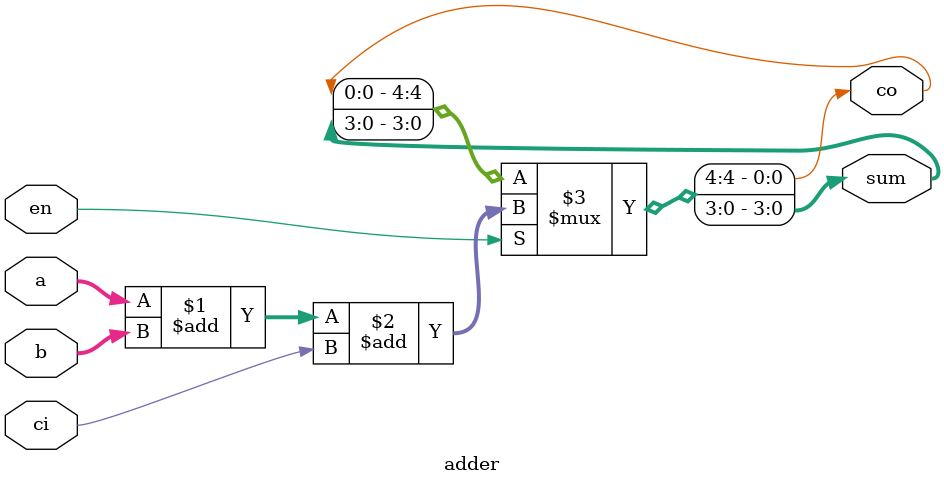
<source format=v>
module adder(a, b, ci, en, co, sum);
        input [3:0] a, b;
        input ci, en;
        output co;
        output [3:0] sum;
        assign {co, sum} = en ? a + b + ci: {co, sum};
endmodule
</source>
